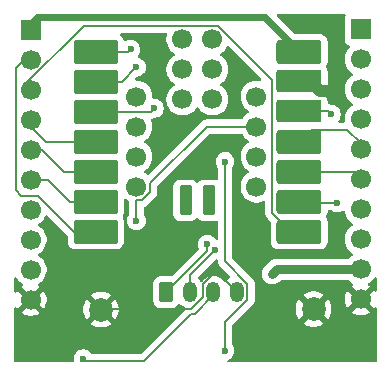
<source format=gbr>
%TF.GenerationSoftware,KiCad,Pcbnew,9.0.2*%
%TF.CreationDate,2025-06-04T21:23:03+09:00*%
%TF.ProjectId,rp2350-motor-board,72703233-3530-42d6-9d6f-746f722d626f,rev?*%
%TF.SameCoordinates,Original*%
%TF.FileFunction,Copper,L1,Top*%
%TF.FilePolarity,Positive*%
%FSLAX46Y46*%
G04 Gerber Fmt 4.6, Leading zero omitted, Abs format (unit mm)*
G04 Created by KiCad (PCBNEW 9.0.2) date 2025-06-04 21:23:03*
%MOMM*%
%LPD*%
G01*
G04 APERTURE LIST*
G04 Aperture macros list*
%AMRoundRect*
0 Rectangle with rounded corners*
0 $1 Rounding radius*
0 $2 $3 $4 $5 $6 $7 $8 $9 X,Y pos of 4 corners*
0 Add a 4 corners polygon primitive as box body*
4,1,4,$2,$3,$4,$5,$6,$7,$8,$9,$2,$3,0*
0 Add four circle primitives for the rounded corners*
1,1,$1+$1,$2,$3*
1,1,$1+$1,$4,$5*
1,1,$1+$1,$6,$7*
1,1,$1+$1,$8,$9*
0 Add four rect primitives between the rounded corners*
20,1,$1+$1,$2,$3,$4,$5,0*
20,1,$1+$1,$4,$5,$6,$7,0*
20,1,$1+$1,$6,$7,$8,$9,0*
20,1,$1+$1,$8,$9,$2,$3,0*%
G04 Aperture macros list end*
%TA.AperFunction,ComponentPad*%
%ADD10R,1.700000X1.700000*%
%TD*%
%TA.AperFunction,ComponentPad*%
%ADD11C,1.700000*%
%TD*%
%TA.AperFunction,ComponentPad*%
%ADD12RoundRect,0.250000X-0.350000X-0.625000X0.350000X-0.625000X0.350000X0.625000X-0.350000X0.625000X0*%
%TD*%
%TA.AperFunction,ComponentPad*%
%ADD13O,1.200000X1.750000*%
%TD*%
%TA.AperFunction,SMDPad,CuDef*%
%ADD14RoundRect,0.202000X1.685500X0.808000X-1.685500X0.808000X-1.685500X-0.808000X1.685500X-0.808000X0*%
%TD*%
%TA.AperFunction,SMDPad,CuDef*%
%ADD15RoundRect,0.200000X1.687500X0.800000X-1.687500X0.800000X-1.687500X-0.800000X1.687500X-0.800000X0*%
%TD*%
%TA.AperFunction,SMDPad,CuDef*%
%ADD16RoundRect,0.200000X-1.705000X-0.800000X1.705000X-0.800000X1.705000X0.800000X-1.705000X0.800000X0*%
%TD*%
%TA.AperFunction,SMDPad,CuDef*%
%ADD17RoundRect,0.194000X-1.711000X-0.776000X1.711000X-0.776000X1.711000X0.776000X-1.711000X0.776000X0*%
%TD*%
%TA.AperFunction,SMDPad,CuDef*%
%ADD18RoundRect,0.188000X-1.717000X-0.752000X1.717000X-0.752000X1.717000X0.752000X-1.717000X0.752000X0*%
%TD*%
%TA.AperFunction,SMDPad,CuDef*%
%ADD19C,1.700000*%
%TD*%
%TA.AperFunction,SMDPad,CuDef*%
%ADD20RoundRect,0.110000X-0.440000X1.140000X-0.440000X-1.140000X0.440000X-1.140000X0.440000X1.140000X0*%
%TD*%
%TA.AperFunction,ComponentPad*%
%ADD21C,2.000000*%
%TD*%
%TA.AperFunction,ViaPad*%
%ADD22C,0.600000*%
%TD*%
%TA.AperFunction,Conductor*%
%ADD23C,0.200000*%
%TD*%
%TA.AperFunction,Conductor*%
%ADD24C,1.000000*%
%TD*%
%TA.AperFunction,Conductor*%
%ADD25C,0.600000*%
%TD*%
%TA.AperFunction,Conductor*%
%ADD26C,0.800000*%
%TD*%
G04 APERTURE END LIST*
D10*
%TO.P,J2,1,Pin_1*%
%TO.N,/ADC0*%
X30480000Y28700000D03*
D11*
%TO.P,J2,2,Pin_2*%
%TO.N,/ADC1*%
X30480000Y26160000D03*
%TO.P,J2,3,Pin_3*%
%TO.N,/ADC2*%
X30480000Y23620000D03*
%TO.P,J2,4,Pin_4*%
%TO.N,/PHOTO*%
X30480000Y21080000D03*
%TO.P,J2,5,Pin_5*%
%TO.N,/MOTOR2_ENC_A*%
X30480000Y18540000D03*
%TO.P,J2,6,Pin_6*%
%TO.N,/MOTOR2_ENC_B*%
X30480000Y16000000D03*
%TO.P,J2,7,Pin_7*%
%TO.N,/MOTOR2_OUT1*%
X30480000Y13460000D03*
%TO.P,J2,8,Pin_8*%
%TO.N,/MOTOR2_OUT2*%
X30480000Y10920000D03*
%TO.P,J2,9,Pin_9*%
%TO.N,+BATT1*%
X30480000Y8380000D03*
%TO.P,J2,10,Pin_10*%
%TO.N,GND*%
X30480000Y5840000D03*
%TD*%
D12*
%TO.P,Grove1,1,Pin_1*%
%TO.N,/SCL0*%
X14000000Y6450000D03*
D13*
%TO.P,Grove1,2,Pin_2*%
%TO.N,/SDA0*%
X16000000Y6450000D03*
%TO.P,Grove1,3,Pin_3*%
%TO.N,VCC*%
X18000000Y6450000D03*
%TO.P,Grove1,4,Pin_4*%
%TO.N,GND*%
X20000000Y6450000D03*
%TD*%
D10*
%TO.P,J1,1,Pin_1*%
%TO.N,+5V*%
X2540000Y28660000D03*
D11*
%TO.P,J1,2,Pin_2*%
%TO.N,/PICO_TX*%
X2540000Y26120000D03*
%TO.P,J1,3,Pin_3*%
%TO.N,/PICO_RX*%
X2540000Y23580000D03*
%TO.P,J1,4,Pin_4*%
%TO.N,/SERVO_PWM*%
X2540000Y21040000D03*
%TO.P,J1,5,Pin_5*%
%TO.N,/MOTOR1_ENC_A*%
X2540000Y18500000D03*
%TO.P,J1,6,Pin_6*%
%TO.N,/MOTOR1_ENC_B*%
X2540000Y15960000D03*
%TO.P,J1,7,Pin_7*%
%TO.N,/MOTOR1_OUT1*%
X2540000Y13420000D03*
%TO.P,J1,8,Pin_8*%
%TO.N,/MOTOR1_OUT2*%
X2540000Y10880000D03*
%TO.P,J1,9,Pin_9*%
%TO.N,+BATT*%
X2540000Y8340000D03*
%TO.P,J1,10,Pin_10*%
%TO.N,GND*%
X2540000Y5800000D03*
%TD*%
D14*
%TO.P,U2,1,GPIO26/D0/ADC0*%
%TO.N,/ADC0*%
X8064006Y26800000D03*
D15*
%TO.P,U2,2,GPIO27/D1/ADC1*%
%TO.N,/ADC1*%
X8064006Y24270000D03*
%TO.P,U2,3,GPIO28/D2/ADC2*%
%TO.N,/ADC2*%
X8064006Y21730000D03*
%TO.P,U2,4,GPIO5/D3/SPI0_CS*%
%TO.N,/SERVO_PWM*%
X8064006Y19190000D03*
%TO.P,U2,5,GPIO6/D4/SDA1*%
%TO.N,/MOTOR1_ENC_A*%
X8064006Y16650000D03*
%TO.P,U2,6,GPIO7/D5/SCL1*%
%TO.N,/MOTOR1_ENC_B*%
X8064006Y14110000D03*
%TO.P,U2,7,GPIO0/D6/TXO*%
%TO.N,/PICO_TX*%
X8064006Y11570000D03*
D16*
%TO.P,U2,8,GPIO1/D7/RX0*%
%TO.N,/PICO_RX*%
X25271506Y11570000D03*
%TO.P,U2,9,GPIO2/D8/SPI0_SCK*%
%TO.N,/PHOTO*%
X25271506Y14110000D03*
%TO.P,U2,10,GPIO4/D9/SPI0_MISO*%
%TO.N,/MOTOR2_ENC_B*%
X25271506Y16650000D03*
%TO.P,U2,11,GPIO3/D10/SPI0_MOSI*%
%TO.N,/MOTOR2_ENC_A*%
X25271506Y19190000D03*
D17*
%TO.P,U2,12,3V3*%
%TO.N,VCC*%
X25271506Y21760000D03*
D18*
%TO.P,U2,13,GND*%
%TO.N,GND*%
X25271506Y24330000D03*
D16*
%TO.P,U2,14,5V*%
%TO.N,+5V*%
X25271506Y26810000D03*
D11*
%TO.P,U2,15,GPIO21/D11/RX1*%
%TO.N,/MOTOR2_IN2*%
X21660000Y23000000D03*
%TO.P,U2,16,GPIO20/D12/TX1*%
%TO.N,/MOTOR1_IN1*%
X21660000Y20460000D03*
%TO.P,U2,17,GPIO17/D13/SCL0*%
%TO.N,/SCL0*%
X21660000Y17920000D03*
%TO.P,U2,18,GPIO16/D14/SDA0*%
%TO.N,/SDA0*%
X21660000Y15380000D03*
%TO.P,U2,19,GPIO11/D15/SPI1_MOSI*%
%TO.N,/MOTOR1_IN2*%
X11500000Y15380000D03*
%TO.P,U2,20,GPIO12/D16/SPI1_MISO*%
%TO.N,/MOTOR2_IN1*%
X11500000Y17920000D03*
%TO.P,U2,21,GPIO10/D17/SPI1_SCK*%
%TO.N,unconnected-(U2-GPIO10{slash}D17{slash}SPI1_SCK-Pad21)*%
X11500000Y20460000D03*
%TO.P,U2,22,GPIO9/D18/SPI1_CS*%
%TO.N,unconnected-(U2-GPIO9{slash}D18{slash}SPI1_CS-Pad22)*%
X11500000Y23000000D03*
D19*
%TO.P,U2,23,SWDIO*%
%TO.N,unconnected-(U2-SWDIO-Pad23)*%
X15389006Y27840000D03*
%TO.P,U2,24,RST*%
%TO.N,unconnected-(U2-RST-Pad24)*%
X15389006Y25300000D03*
%TO.P,U2,25,BOOT*%
%TO.N,unconnected-(U2-BOOT-Pad25)*%
X15389006Y22760000D03*
%TO.P,U2,26,3V3_1*%
%TO.N,unconnected-(U2-3V3_1-Pad26)*%
X17929006Y22760000D03*
%TO.P,U2,27,GND_1*%
%TO.N,unconnected-(U2-GND_1-Pad27)*%
X17929006Y25300000D03*
%TO.P,U2,28,SWDCLK*%
%TO.N,unconnected-(U2-SWDCLK-Pad28)*%
X17929006Y27840000D03*
D20*
%TO.P,U2,29,BAT*%
%TO.N,unconnected-(U2-BAT-Pad29)*%
X15659006Y14215189D03*
%TO.P,U2,30,GND_2*%
%TO.N,unconnected-(U2-GND_2-Pad30)*%
X17659006Y14215189D03*
%TD*%
D21*
%TO.P,U1,9,GND__1*%
%TO.N,GND*%
X26500000Y5000000D03*
%TD*%
%TO.P,U3,9,GND__1*%
%TO.N,GND*%
X8500000Y4970000D03*
%TD*%
D22*
%TO.N,GND*%
X16000000Y16500000D03*
X29000000Y22500000D03*
X17000000Y16500000D03*
X21000000Y11500000D03*
X3500000Y2000000D03*
X28000000Y12500000D03*
X14500000Y19000000D03*
X13500000Y19000000D03*
X21000000Y12500000D03*
X29000000Y25000000D03*
X3500000Y1000000D03*
X1500000Y2000000D03*
X16000000Y17500000D03*
X15500000Y11500000D03*
X14500000Y11500000D03*
X2500000Y2000000D03*
X2500000Y1000000D03*
X22000000Y12500000D03*
X15500000Y10500000D03*
X14500000Y10500000D03*
X14500000Y20000000D03*
X17000000Y17500000D03*
X13500000Y20000000D03*
X1500000Y1000000D03*
X27940000Y23500001D03*
X22000000Y11500000D03*
%TO.N,/ADC0*%
X11000000Y27000000D03*
%TO.N,/ADC2*%
X13000000Y22000000D03*
%TO.N,/ADC1*%
X11500000Y25500000D03*
%TO.N,/PHOTO*%
X28500000Y14000000D03*
%TO.N,/MOTOR2_IN2*%
X19000000Y17500000D03*
X19000000Y1500000D03*
%TO.N,/MOTOR1_IN1*%
X11500000Y12500000D03*
%TO.N,VCC*%
X28000000Y21500000D03*
X7000000Y800000D03*
%TO.N,/SCL0*%
X17500000Y10500000D03*
%TO.N,/SDA0*%
X18150000Y10014677D03*
%TO.N,+BATT1*%
X23000000Y8000000D03*
%TD*%
D23*
%TO.N,GND*%
X18000794Y8000000D02*
X18450000Y8000000D01*
X17099000Y5999794D02*
X17099000Y7098206D01*
X25271506Y24330000D02*
X26170000Y24330000D01*
X8527000Y4997000D02*
X16096206Y4997000D01*
X16096206Y4997000D02*
X17099000Y5999794D01*
X8500000Y4970000D02*
X8527000Y4997000D01*
X18450000Y8000000D02*
X20000000Y6450000D01*
D24*
X26170000Y24330000D02*
X26999999Y23500001D01*
X26999999Y23500001D02*
X27940000Y23500001D01*
D23*
X17099000Y7098206D02*
X18000794Y8000000D01*
%TO.N,/PICO_TX*%
X3175506Y14571000D02*
X6176506Y11570000D01*
X6176506Y11570000D02*
X8064006Y11570000D01*
X2000000Y26120000D02*
X1270000Y25390000D01*
X1761240Y14571000D02*
X3175506Y14571000D01*
X1270000Y15062240D02*
X1761240Y14571000D01*
X1270000Y25390000D02*
X1270000Y15062240D01*
%TO.N,/PICO_RX*%
X24592442Y11570000D02*
X25271506Y11570000D01*
X2000000Y23946442D02*
X7044558Y28991000D01*
X7044558Y28991000D02*
X18405766Y28991000D01*
X23000000Y13162442D02*
X24592442Y11570000D01*
X2000000Y23580000D02*
X2000000Y23946442D01*
X23000000Y24396766D02*
X23000000Y13162442D01*
X18405766Y28991000D02*
X23000000Y24396766D01*
%TO.N,/MOTOR1_ENC_A*%
X2000000Y18500000D02*
X3500000Y18500000D01*
X5350000Y16650000D02*
X8064006Y16650000D01*
X3500000Y18500000D02*
X5350000Y16650000D01*
%TO.N,/MOTOR1_ENC_B*%
X4040000Y15960000D02*
X5890000Y14110000D01*
X2000000Y15960000D02*
X4040000Y15960000D01*
X5890000Y14110000D02*
X8064006Y14110000D01*
%TO.N,/SERVO_PWM*%
X8064006Y19190000D02*
X3850000Y19190000D01*
X3850000Y19190000D02*
X2000000Y21040000D01*
D25*
%TO.N,+5V*%
X3039000Y29699000D02*
X22382506Y29699000D01*
X2000000Y28660000D02*
X3039000Y29699000D01*
X22382506Y29699000D02*
X25271506Y26810000D01*
D23*
%TO.N,/ADC0*%
X10800000Y26800000D02*
X8064006Y26800000D01*
X11000000Y27000000D02*
X10800000Y26800000D01*
%TO.N,/ADC2*%
X13000000Y22000000D02*
X12730000Y21730000D01*
X12730000Y21730000D02*
X8064006Y21730000D01*
%TO.N,/MOTOR2_ENC_B*%
X25271506Y16650000D02*
X30350000Y16650000D01*
X30480000Y16520000D02*
X30480000Y16000000D01*
X30350000Y16650000D02*
X30480000Y16520000D01*
%TO.N,/ADC1*%
X11500000Y25500000D02*
X10270000Y24270000D01*
X10270000Y24270000D02*
X8064006Y24270000D01*
%TO.N,/PHOTO*%
X28500000Y14000000D02*
X25381506Y14000000D01*
X25381506Y14000000D02*
X25271506Y14110000D01*
%TO.N,/MOTOR2_ENC_A*%
X25271506Y19190000D02*
X26271506Y20190000D01*
X26271506Y20190000D02*
X29350000Y20190000D01*
X29350000Y20190000D02*
X30480000Y19060000D01*
X30480000Y19060000D02*
X30480000Y18540000D01*
%TO.N,/MOTOR2_IN2*%
X19000000Y1500000D02*
X19000000Y3900794D01*
X19000000Y9065685D02*
X19000000Y17500000D01*
X19000000Y3900794D02*
X20901000Y5801794D01*
X20901000Y5801794D02*
X20901000Y7164685D01*
X20901000Y7164685D02*
X19000000Y9065685D01*
%TO.N,/MOTOR1_IN1*%
X21660000Y20460000D02*
X17460000Y20460000D01*
X12651000Y14903240D02*
X11976760Y14229000D01*
X12651000Y15651000D02*
X12651000Y14903240D01*
X11500000Y14229000D02*
X11500000Y12500000D01*
X17460000Y20460000D02*
X12651000Y15651000D01*
X11976760Y14229000D02*
X11500000Y14229000D01*
%TO.N,VCC*%
X16422000Y4597000D02*
X16147000Y4597000D01*
X7199000Y601000D02*
X7000000Y800000D01*
X16147000Y4597000D02*
X12151000Y601000D01*
X18000000Y6450000D02*
X18000000Y6175000D01*
X18000000Y6175000D02*
X16422000Y4597000D01*
X12151000Y601000D02*
X7199000Y601000D01*
X27740000Y21760000D02*
X28000000Y21500000D01*
X25271506Y21760000D02*
X27740000Y21760000D01*
%TO.N,/SCL0*%
X17500000Y9950000D02*
X17500000Y10500000D01*
X14000000Y6450000D02*
X17500000Y9950000D01*
%TO.N,/SDA0*%
X16000000Y7864677D02*
X18150000Y10014677D01*
X16000000Y6450000D02*
X16000000Y7864677D01*
D26*
%TO.N,+BATT1*%
X23380000Y8380000D02*
X23000000Y8000000D01*
X30480000Y8380000D02*
X23380000Y8380000D01*
%TD*%
%TA.AperFunction,Conductor*%
%TO.N,GND*%
G36*
X20441320Y19839815D02*
G01*
X20484765Y19791795D01*
X20504947Y19752186D01*
X20504948Y19752185D01*
X20629890Y19580214D01*
X20780213Y19429891D01*
X20952182Y19304950D01*
X20960946Y19300484D01*
X21011742Y19252509D01*
X21028536Y19184688D01*
X21005998Y19118553D01*
X20960946Y19079516D01*
X20952182Y19075051D01*
X20780213Y18950110D01*
X20629890Y18799787D01*
X20504951Y18627821D01*
X20408444Y18438415D01*
X20342753Y18236240D01*
X20338501Y18209391D01*
X20309500Y18026287D01*
X20309500Y17813713D01*
X20342754Y17603757D01*
X20402084Y17421158D01*
X20408444Y17401586D01*
X20504951Y17212180D01*
X20629890Y17040214D01*
X20780213Y16889891D01*
X20952182Y16764950D01*
X20960946Y16760484D01*
X21011742Y16712509D01*
X21028536Y16644688D01*
X21005998Y16578553D01*
X20960946Y16539516D01*
X20952182Y16535051D01*
X20780213Y16410110D01*
X20629890Y16259787D01*
X20504951Y16087821D01*
X20408444Y15898415D01*
X20408443Y15898413D01*
X20408443Y15898412D01*
X20389921Y15841408D01*
X20342753Y15696240D01*
X20321237Y15560394D01*
X20309500Y15486287D01*
X20309500Y15273713D01*
X20312910Y15252184D01*
X20336263Y15104736D01*
X20342754Y15063757D01*
X20385354Y14932647D01*
X20408444Y14861586D01*
X20504951Y14672180D01*
X20629890Y14500214D01*
X20780213Y14349891D01*
X20952179Y14224952D01*
X20952181Y14224951D01*
X20952184Y14224949D01*
X21141588Y14128443D01*
X21343757Y14062754D01*
X21553713Y14029500D01*
X21553714Y14029500D01*
X21766286Y14029500D01*
X21766287Y14029500D01*
X21976243Y14062754D01*
X22178412Y14128443D01*
X22219205Y14149228D01*
X22287874Y14162124D01*
X22352615Y14135848D01*
X22392872Y14078741D01*
X22399500Y14038743D01*
X22399500Y13249112D01*
X22399499Y13249094D01*
X22399499Y13083388D01*
X22399498Y13083388D01*
X22437494Y12941586D01*
X22440423Y12930657D01*
X22440918Y12929799D01*
X22443418Y12925471D01*
X22443421Y12925464D01*
X22519475Y12793733D01*
X22519481Y12793725D01*
X22638349Y12674857D01*
X22638355Y12674852D01*
X22829687Y12483520D01*
X22863172Y12422197D01*
X22866006Y12395839D01*
X22866006Y10713387D01*
X22872419Y10642808D01*
X22872419Y10642806D01*
X22872420Y10642804D01*
X22892351Y10578842D01*
X22923028Y10480394D01*
X23011036Y10334812D01*
X23131317Y10214531D01*
X23131319Y10214530D01*
X23131321Y10214528D01*
X23276900Y10126522D01*
X23439310Y10075914D01*
X23509890Y10069500D01*
X23509893Y10069500D01*
X27033119Y10069500D01*
X27033122Y10069500D01*
X27103702Y10075914D01*
X27266112Y10126522D01*
X27411691Y10214528D01*
X27531978Y10334815D01*
X27619984Y10480394D01*
X27670592Y10642804D01*
X27677006Y10713384D01*
X27677006Y12426616D01*
X27670592Y12497196D01*
X27619984Y12659606D01*
X27549710Y12775853D01*
X27531875Y12843404D01*
X27549710Y12904148D01*
X27619984Y13020394D01*
X27670592Y13182804D01*
X27677006Y13253384D01*
X27677006Y13275500D01*
X27679556Y13284186D01*
X27678268Y13293147D01*
X27689246Y13317188D01*
X27696691Y13342539D01*
X27703531Y13348467D01*
X27707293Y13356703D01*
X27729527Y13370993D01*
X27749495Y13388294D01*
X27760009Y13390582D01*
X27766071Y13394477D01*
X27801006Y13399500D01*
X27920234Y13399500D01*
X27987273Y13379815D01*
X27989125Y13378602D01*
X28120814Y13290610D01*
X28120827Y13290603D01*
X28266498Y13230265D01*
X28266503Y13230263D01*
X28421153Y13199501D01*
X28421156Y13199500D01*
X28421158Y13199500D01*
X28578844Y13199500D01*
X28578845Y13199501D01*
X28733497Y13230263D01*
X28879179Y13290606D01*
X28953522Y13340281D01*
X29020198Y13361158D01*
X29087578Y13342674D01*
X29134269Y13290695D01*
X29144885Y13256576D01*
X29160354Y13158906D01*
X29162754Y13143757D01*
X29205930Y13010875D01*
X29228444Y12941586D01*
X29324951Y12752180D01*
X29449890Y12580214D01*
X29600213Y12429891D01*
X29772182Y12304950D01*
X29780946Y12300484D01*
X29831742Y12252509D01*
X29848536Y12184688D01*
X29825998Y12118553D01*
X29780946Y12079516D01*
X29772182Y12075051D01*
X29600213Y11950110D01*
X29449890Y11799787D01*
X29324951Y11627821D01*
X29228444Y11438415D01*
X29162753Y11236240D01*
X29144626Y11121790D01*
X29129500Y11026287D01*
X29129500Y10813713D01*
X29134141Y10784414D01*
X29156569Y10642804D01*
X29162754Y10603757D01*
X29222084Y10421158D01*
X29228444Y10401586D01*
X29324951Y10212180D01*
X29449890Y10040214D01*
X29600213Y9889891D01*
X29772182Y9764950D01*
X29780946Y9760484D01*
X29831742Y9712509D01*
X29848536Y9644688D01*
X29825998Y9578553D01*
X29780946Y9539516D01*
X29772182Y9535051D01*
X29600213Y9410110D01*
X29600209Y9410106D01*
X29506923Y9316819D01*
X29445600Y9283334D01*
X29419242Y9280500D01*
X23291303Y9280500D01*
X23117341Y9245897D01*
X23117329Y9245894D01*
X23035392Y9211955D01*
X23035393Y9211954D01*
X22953455Y9178015D01*
X22903660Y9144742D01*
X22903659Y9144741D01*
X22805961Y9079463D01*
X22300540Y8574042D01*
X22300534Y8574035D01*
X22201988Y8426549D01*
X22134105Y8262667D01*
X22134103Y8262659D01*
X22099500Y8088697D01*
X22099500Y7911304D01*
X22134103Y7737342D01*
X22134105Y7737334D01*
X22201988Y7573452D01*
X22300534Y7425966D01*
X22300540Y7425959D01*
X22425958Y7300541D01*
X22425965Y7300535D01*
X22573451Y7201989D01*
X22573452Y7201989D01*
X22573453Y7201988D01*
X22737334Y7134105D01*
X22911303Y7099501D01*
X22911307Y7099500D01*
X22911308Y7099500D01*
X23088693Y7099500D01*
X23088694Y7099501D01*
X23262666Y7134105D01*
X23426547Y7201988D01*
X23574036Y7300536D01*
X23716682Y7443183D01*
X23778003Y7476666D01*
X23804362Y7479500D01*
X29419242Y7479500D01*
X29486281Y7459815D01*
X29506923Y7443181D01*
X29600213Y7349891D01*
X29772179Y7224952D01*
X29772181Y7224951D01*
X29772184Y7224949D01*
X29781493Y7220206D01*
X29832290Y7172234D01*
X29849087Y7104413D01*
X29826552Y7038278D01*
X29781505Y6999240D01*
X29772446Y6994624D01*
X29772440Y6994620D01*
X29718282Y6955273D01*
X29718282Y6955272D01*
X30350591Y6322963D01*
X30287007Y6305925D01*
X30172993Y6240099D01*
X30079901Y6147007D01*
X30014075Y6032993D01*
X29997037Y5969409D01*
X29364728Y6601718D01*
X29364727Y6601718D01*
X29325380Y6547561D01*
X29228904Y6358218D01*
X29163242Y6156131D01*
X29163242Y6156128D01*
X29130000Y5946247D01*
X29130000Y5733754D01*
X29163242Y5523873D01*
X29163242Y5523870D01*
X29228904Y5321783D01*
X29325375Y5132450D01*
X29364728Y5078284D01*
X29997037Y5710592D01*
X30014075Y5647007D01*
X30079901Y5532993D01*
X30172993Y5439901D01*
X30287007Y5374075D01*
X30350590Y5357038D01*
X29718282Y4724731D01*
X29718282Y4724730D01*
X29772449Y4685376D01*
X29961782Y4588905D01*
X30163870Y4523243D01*
X30373754Y4490000D01*
X30586246Y4490000D01*
X30796127Y4523243D01*
X30796130Y4523243D01*
X30998217Y4588905D01*
X31187554Y4685378D01*
X31241716Y4724730D01*
X31241717Y4724730D01*
X30609408Y5357038D01*
X30672993Y5374075D01*
X30787007Y5439901D01*
X30880099Y5532993D01*
X30945925Y5647007D01*
X30962962Y5710592D01*
X31595270Y5078283D01*
X31595270Y5078284D01*
X31634627Y5132453D01*
X31634772Y5132688D01*
X31634850Y5132759D01*
X31637487Y5136388D01*
X31638249Y5135835D01*
X31686583Y5179564D01*
X31755512Y5190988D01*
X31819675Y5163332D01*
X31858701Y5105377D01*
X31864500Y5067900D01*
X31864500Y624500D01*
X31844815Y557461D01*
X31792011Y511706D01*
X31740500Y500500D01*
X19302190Y500500D01*
X19235151Y520185D01*
X19189396Y572989D01*
X19179452Y642147D01*
X19208477Y705703D01*
X19254738Y739061D01*
X19379172Y790603D01*
X19379172Y790604D01*
X19379179Y790606D01*
X19510289Y878211D01*
X19621789Y989711D01*
X19709394Y1120821D01*
X19769737Y1266503D01*
X19800500Y1421158D01*
X19800500Y1578842D01*
X19800500Y1578845D01*
X19800499Y1578847D01*
X19769738Y1733490D01*
X19769737Y1733497D01*
X19769735Y1733502D01*
X19709397Y1879173D01*
X19709390Y1879186D01*
X19621398Y2010875D01*
X19600520Y2077553D01*
X19600500Y2079766D01*
X19600500Y3600698D01*
X19620185Y3667737D01*
X19636814Y3688374D01*
X21066493Y5118053D01*
X25000000Y5118053D01*
X25000000Y4881948D01*
X25036934Y4648753D01*
X25109897Y4424198D01*
X25217087Y4213826D01*
X25277338Y4130896D01*
X25277340Y4130895D01*
X26017037Y4870592D01*
X26034075Y4807007D01*
X26099901Y4692993D01*
X26192993Y4599901D01*
X26307007Y4534075D01*
X26370590Y4517038D01*
X25630893Y3777342D01*
X25713828Y3717086D01*
X25924197Y3609898D01*
X26148752Y3536935D01*
X26148751Y3536935D01*
X26381948Y3500000D01*
X26618052Y3500000D01*
X26851247Y3536935D01*
X27075802Y3609898D01*
X27286163Y3717082D01*
X27286169Y3717086D01*
X27369104Y3777342D01*
X27369105Y3777342D01*
X26629408Y4517038D01*
X26692993Y4534075D01*
X26807007Y4599901D01*
X26900099Y4692993D01*
X26965925Y4807007D01*
X26982962Y4870591D01*
X27722658Y4130895D01*
X27722658Y4130896D01*
X27782914Y4213831D01*
X27782918Y4213837D01*
X27890102Y4424198D01*
X27963065Y4648753D01*
X27985657Y4791387D01*
X27985657Y4791388D01*
X28000000Y4881947D01*
X28000000Y5118053D01*
X27963065Y5351248D01*
X27890102Y5575803D01*
X27782914Y5786172D01*
X27722658Y5869107D01*
X26982962Y5129410D01*
X26965925Y5192993D01*
X26900099Y5307007D01*
X26807007Y5400099D01*
X26692993Y5465925D01*
X26629409Y5482963D01*
X27369105Y6222660D01*
X27369104Y6222662D01*
X27286174Y6282913D01*
X27075802Y6390103D01*
X26851247Y6463066D01*
X26851248Y6463066D01*
X26618052Y6500000D01*
X26381948Y6500000D01*
X26148752Y6463066D01*
X25924197Y6390103D01*
X25713830Y6282916D01*
X25630894Y6222660D01*
X26370591Y5482963D01*
X26307007Y5465925D01*
X26192993Y5400099D01*
X26099901Y5307007D01*
X26034075Y5192993D01*
X26017037Y5129409D01*
X25277340Y5869106D01*
X25217084Y5786170D01*
X25109897Y5575803D01*
X25036934Y5351248D01*
X25000000Y5118053D01*
X21066493Y5118053D01*
X21269713Y5321273D01*
X21269716Y5321274D01*
X21381520Y5433078D01*
X21431639Y5519890D01*
X21460577Y5570009D01*
X21501501Y5722737D01*
X21501501Y5880851D01*
X21501501Y5888446D01*
X21501500Y5888464D01*
X21501500Y7075626D01*
X21501501Y7075639D01*
X21501501Y7243740D01*
X21501501Y7243742D01*
X21460577Y7396470D01*
X21427727Y7453368D01*
X21381520Y7533401D01*
X21269716Y7645205D01*
X21269715Y7645206D01*
X21265385Y7649536D01*
X21265374Y7649546D01*
X19636819Y9278101D01*
X19603334Y9339424D01*
X19600500Y9365782D01*
X19600500Y16920235D01*
X19620185Y16987274D01*
X19621398Y16989126D01*
X19622052Y16990104D01*
X19709394Y17120821D01*
X19769737Y17266503D01*
X19800500Y17421158D01*
X19800500Y17578842D01*
X19800500Y17578845D01*
X19800499Y17578847D01*
X19769738Y17733490D01*
X19769737Y17733497D01*
X19755885Y17766940D01*
X19709397Y17879173D01*
X19709390Y17879186D01*
X19621789Y18010289D01*
X19621786Y18010293D01*
X19510292Y18121787D01*
X19510288Y18121790D01*
X19379185Y18209391D01*
X19379172Y18209398D01*
X19233501Y18269736D01*
X19233489Y18269739D01*
X19078845Y18300500D01*
X19078842Y18300500D01*
X18921158Y18300500D01*
X18921155Y18300500D01*
X18766510Y18269739D01*
X18766498Y18269736D01*
X18620827Y18209398D01*
X18620814Y18209391D01*
X18489711Y18121790D01*
X18489707Y18121787D01*
X18378213Y18010293D01*
X18378210Y18010289D01*
X18290609Y17879186D01*
X18290602Y17879173D01*
X18230264Y17733502D01*
X18230261Y17733490D01*
X18199500Y17578847D01*
X18199500Y17421154D01*
X18230261Y17266511D01*
X18230264Y17266499D01*
X18290602Y17120828D01*
X18290609Y17120815D01*
X18344466Y17040214D01*
X18377948Y16990104D01*
X18378602Y16989126D01*
X18399480Y16922449D01*
X18399500Y16920235D01*
X18399500Y16068783D01*
X18379815Y16001744D01*
X18327011Y15955989D01*
X18257853Y15946045D01*
X18240906Y15949706D01*
X18195266Y15962966D01*
X18160663Y15965689D01*
X18160656Y15965689D01*
X17157356Y15965689D01*
X17157348Y15965689D01*
X17122745Y15962966D01*
X17122739Y15962965D01*
X16974624Y15919933D01*
X16974621Y15919932D01*
X16841855Y15841415D01*
X16841846Y15841408D01*
X16746687Y15746248D01*
X16685364Y15712763D01*
X16615672Y15717747D01*
X16571325Y15746248D01*
X16476165Y15841408D01*
X16476156Y15841415D01*
X16343390Y15919932D01*
X16343387Y15919933D01*
X16195272Y15962965D01*
X16195266Y15962966D01*
X16160663Y15965689D01*
X16160656Y15965689D01*
X15157356Y15965689D01*
X15157348Y15965689D01*
X15122745Y15962966D01*
X15122739Y15962965D01*
X14974624Y15919933D01*
X14974621Y15919932D01*
X14841855Y15841415D01*
X14841846Y15841408D01*
X14732787Y15732349D01*
X14732780Y15732340D01*
X14654263Y15599574D01*
X14654262Y15599571D01*
X14611230Y15451456D01*
X14611229Y15451450D01*
X14608506Y15416847D01*
X14608506Y13013532D01*
X14611229Y12978929D01*
X14611230Y12978923D01*
X14654262Y12830808D01*
X14654263Y12830805D01*
X14654264Y12830803D01*
X14671826Y12801107D01*
X14732780Y12698039D01*
X14732787Y12698030D01*
X14841846Y12588971D01*
X14841855Y12588964D01*
X14878539Y12567270D01*
X14974620Y12510447D01*
X15013681Y12499099D01*
X15122739Y12467414D01*
X15122742Y12467414D01*
X15122744Y12467413D01*
X15157356Y12464689D01*
X15157364Y12464689D01*
X16160648Y12464689D01*
X16160656Y12464689D01*
X16195268Y12467413D01*
X16195270Y12467414D01*
X16195272Y12467414D01*
X16240906Y12480672D01*
X16343392Y12510447D01*
X16476160Y12588966D01*
X16476165Y12588971D01*
X16571325Y12684130D01*
X16632648Y12717615D01*
X16702340Y12712631D01*
X16746687Y12684130D01*
X16841846Y12588971D01*
X16841855Y12588964D01*
X16878539Y12567270D01*
X16974620Y12510447D01*
X17013681Y12499099D01*
X17122739Y12467414D01*
X17122742Y12467414D01*
X17122744Y12467413D01*
X17157356Y12464689D01*
X17157364Y12464689D01*
X18160648Y12464689D01*
X18160656Y12464689D01*
X18195268Y12467413D01*
X18240905Y12480672D01*
X18310773Y12480473D01*
X18369444Y12442532D01*
X18398288Y12378894D01*
X18399500Y12361596D01*
X18399500Y11003440D01*
X18379815Y10936401D01*
X18327011Y10890646D01*
X18257853Y10880702D01*
X18194297Y10909727D01*
X18172398Y10934549D01*
X18121789Y11010289D01*
X18121786Y11010293D01*
X18010292Y11121787D01*
X18010288Y11121790D01*
X17879185Y11209391D01*
X17879172Y11209398D01*
X17733501Y11269736D01*
X17733489Y11269739D01*
X17578845Y11300500D01*
X17578842Y11300500D01*
X17421158Y11300500D01*
X17421155Y11300500D01*
X17266510Y11269739D01*
X17266498Y11269736D01*
X17120827Y11209398D01*
X17120814Y11209391D01*
X16989711Y11121790D01*
X16989707Y11121787D01*
X16878213Y11010293D01*
X16878210Y11010289D01*
X16790609Y10879186D01*
X16790602Y10879173D01*
X16730264Y10733502D01*
X16730261Y10733490D01*
X16699500Y10578847D01*
X16699500Y10421154D01*
X16729966Y10267996D01*
X16730263Y10266503D01*
X16757166Y10201553D01*
X16767973Y10175462D01*
X16775441Y10105992D01*
X16744165Y10043513D01*
X16741092Y10040329D01*
X14556226Y7855463D01*
X14494903Y7821978D01*
X14455943Y7819786D01*
X14400011Y7825500D01*
X13599998Y7825500D01*
X13599980Y7825499D01*
X13497203Y7815000D01*
X13497200Y7814999D01*
X13330668Y7759815D01*
X13330663Y7759813D01*
X13181342Y7667711D01*
X13057289Y7543658D01*
X12965187Y7394337D01*
X12965185Y7394332D01*
X12950461Y7349896D01*
X12910001Y7227797D01*
X12910001Y7227796D01*
X12910000Y7227796D01*
X12899500Y7125017D01*
X12899500Y5774999D01*
X12899501Y5774982D01*
X12910000Y5672204D01*
X12910001Y5672201D01*
X12965185Y5505669D01*
X12965187Y5505664D01*
X12987185Y5470000D01*
X13057288Y5356344D01*
X13181344Y5232288D01*
X13330666Y5140186D01*
X13497203Y5085001D01*
X13599991Y5074500D01*
X14400008Y5074501D01*
X14400016Y5074502D01*
X14400019Y5074502D01*
X14456302Y5080252D01*
X14502797Y5085001D01*
X14669334Y5140186D01*
X14818656Y5232288D01*
X14942712Y5356344D01*
X14982310Y5420544D01*
X15034258Y5467268D01*
X15103220Y5478491D01*
X15167303Y5450648D01*
X15175530Y5443128D01*
X15283072Y5335586D01*
X15423212Y5233768D01*
X15577555Y5155127D01*
X15595186Y5149398D01*
X15652860Y5109964D01*
X15680060Y5045606D01*
X15668148Y4976760D01*
X15644550Y4943787D01*
X11938584Y1237819D01*
X11877261Y1204334D01*
X11850903Y1201500D01*
X7760759Y1201500D01*
X7693720Y1221185D01*
X7657657Y1256609D01*
X7621789Y1310290D01*
X7510292Y1421787D01*
X7510288Y1421790D01*
X7379185Y1509391D01*
X7379172Y1509398D01*
X7233501Y1569736D01*
X7233489Y1569739D01*
X7078845Y1600500D01*
X7078842Y1600500D01*
X6921158Y1600500D01*
X6921155Y1600500D01*
X6766510Y1569739D01*
X6766498Y1569736D01*
X6620827Y1509398D01*
X6620814Y1509391D01*
X6489711Y1421790D01*
X6489707Y1421787D01*
X6378213Y1310293D01*
X6378210Y1310289D01*
X6290609Y1179186D01*
X6290602Y1179173D01*
X6230264Y1033502D01*
X6230261Y1033490D01*
X6199500Y878847D01*
X6199500Y721154D01*
X6213914Y648691D01*
X6207687Y579100D01*
X6164824Y523922D01*
X6098934Y500678D01*
X6092297Y500500D01*
X1259500Y500500D01*
X1192461Y520185D01*
X1146706Y572989D01*
X1135500Y624500D01*
X1135500Y5066360D01*
X1155185Y5133399D01*
X1207989Y5179154D01*
X1277147Y5189098D01*
X1340703Y5160073D01*
X1369985Y5122655D01*
X1385375Y5092450D01*
X1424728Y5038284D01*
X2057037Y5670592D01*
X2074075Y5607007D01*
X2139901Y5492993D01*
X2232993Y5399901D01*
X2347007Y5334075D01*
X2410590Y5317038D01*
X1778282Y4684731D01*
X1778282Y4684730D01*
X1832449Y4645376D01*
X2021782Y4548905D01*
X2223870Y4483243D01*
X2433754Y4450000D01*
X2646246Y4450000D01*
X2856127Y4483243D01*
X2856130Y4483243D01*
X3058217Y4548905D01*
X3247554Y4645378D01*
X3301716Y4684730D01*
X3301717Y4684730D01*
X2669408Y5317038D01*
X2732993Y5334075D01*
X2847007Y5399901D01*
X2940099Y5492993D01*
X3005925Y5607007D01*
X3022962Y5670591D01*
X3655270Y5038283D01*
X3655270Y5038284D01*
X3691430Y5088053D01*
X7000000Y5088053D01*
X7000000Y4851948D01*
X7036934Y4618753D01*
X7109897Y4394198D01*
X7217087Y4183826D01*
X7277338Y4100896D01*
X7277340Y4100895D01*
X8017037Y4840592D01*
X8034075Y4777007D01*
X8099901Y4662993D01*
X8192993Y4569901D01*
X8307007Y4504075D01*
X8370590Y4487038D01*
X7630893Y3747342D01*
X7713828Y3687086D01*
X7924197Y3579898D01*
X8148752Y3506935D01*
X8148751Y3506935D01*
X8381948Y3470000D01*
X8618052Y3470000D01*
X8851247Y3506935D01*
X9075802Y3579898D01*
X9286163Y3687082D01*
X9286169Y3687086D01*
X9369104Y3747342D01*
X9369105Y3747342D01*
X8629408Y4487038D01*
X8692993Y4504075D01*
X8807007Y4569901D01*
X8900099Y4662993D01*
X8965925Y4777007D01*
X8982962Y4840591D01*
X9722658Y4100895D01*
X9722658Y4100896D01*
X9782914Y4183831D01*
X9782918Y4183837D01*
X9890102Y4394198D01*
X9963065Y4618753D01*
X10000000Y4851948D01*
X10000000Y5088053D01*
X9963065Y5321248D01*
X9890102Y5545803D01*
X9782914Y5756172D01*
X9722658Y5839106D01*
X9722658Y5839107D01*
X8982962Y5099410D01*
X8965925Y5162993D01*
X8900099Y5277007D01*
X8807007Y5370099D01*
X8692993Y5435925D01*
X8629409Y5452963D01*
X9369105Y6192660D01*
X9369104Y6192662D01*
X9286174Y6252913D01*
X9075802Y6360103D01*
X8851247Y6433066D01*
X8851248Y6433066D01*
X8618052Y6470000D01*
X8381948Y6470000D01*
X8148752Y6433066D01*
X7924197Y6360103D01*
X7713830Y6252916D01*
X7630894Y6192660D01*
X8370591Y5452963D01*
X8307007Y5435925D01*
X8192993Y5370099D01*
X8099901Y5277007D01*
X8034075Y5162993D01*
X8017037Y5099409D01*
X7277340Y5839106D01*
X7217084Y5756170D01*
X7109897Y5545803D01*
X7036934Y5321248D01*
X7000000Y5088053D01*
X3691430Y5088053D01*
X3694622Y5092446D01*
X3723551Y5149220D01*
X3791095Y5281783D01*
X3856757Y5483870D01*
X3856757Y5483873D01*
X3890000Y5693754D01*
X3890000Y5906247D01*
X3856758Y6116122D01*
X3856755Y6116137D01*
X3791095Y6318218D01*
X3694624Y6507551D01*
X3655270Y6561718D01*
X3655269Y6561718D01*
X3022962Y5929410D01*
X3005925Y5992993D01*
X2940099Y6107007D01*
X2847007Y6200099D01*
X2732993Y6265925D01*
X2669409Y6282963D01*
X3301716Y6915272D01*
X3247547Y6954627D01*
X3247547Y6954628D01*
X3238500Y6959237D01*
X3187706Y7007212D01*
X3170912Y7075034D01*
X3193451Y7141168D01*
X3238508Y7180207D01*
X3247816Y7184949D01*
X3406908Y7300535D01*
X3419786Y7309891D01*
X3419788Y7309894D01*
X3419792Y7309896D01*
X3570104Y7460208D01*
X3570106Y7460212D01*
X3570109Y7460214D01*
X3695048Y7632180D01*
X3695047Y7632180D01*
X3695051Y7632184D01*
X3791557Y7821588D01*
X3857246Y8023757D01*
X3890500Y8233713D01*
X3890500Y8446287D01*
X3857246Y8656243D01*
X3791557Y8858412D01*
X3695051Y9047816D01*
X3695049Y9047819D01*
X3695048Y9047821D01*
X3570109Y9219787D01*
X3419786Y9370110D01*
X3247820Y9495049D01*
X3247115Y9495409D01*
X3239054Y9499515D01*
X3188259Y9547488D01*
X3171463Y9615308D01*
X3193999Y9681444D01*
X3239054Y9720485D01*
X3247816Y9724949D01*
X3302876Y9764952D01*
X3419786Y9849891D01*
X3419788Y9849894D01*
X3419792Y9849896D01*
X3570104Y10000208D01*
X3570106Y10000212D01*
X3570109Y10000214D01*
X3695048Y10172180D01*
X3695047Y10172180D01*
X3695051Y10172184D01*
X3791557Y10361588D01*
X3857246Y10563757D01*
X3890500Y10773713D01*
X3890500Y10986287D01*
X3857246Y11196243D01*
X3791557Y11398412D01*
X3695051Y11587816D01*
X3695049Y11587819D01*
X3695048Y11587821D01*
X3570109Y11759787D01*
X3419786Y11910110D01*
X3247820Y12035049D01*
X3247115Y12035409D01*
X3239054Y12039515D01*
X3188259Y12087488D01*
X3171463Y12155308D01*
X3193999Y12221444D01*
X3239054Y12260485D01*
X3247816Y12264949D01*
X3302876Y12304952D01*
X3419786Y12389891D01*
X3419788Y12389894D01*
X3419792Y12389896D01*
X3570104Y12540208D01*
X3570106Y12540212D01*
X3570109Y12540214D01*
X3667928Y12674852D01*
X3695051Y12712184D01*
X3782975Y12884746D01*
X3830948Y12935541D01*
X3898769Y12952336D01*
X3964904Y12929799D01*
X3981140Y12916131D01*
X5639687Y11257584D01*
X5673172Y11196261D01*
X5676006Y11169903D01*
X5676006Y10713387D01*
X5682419Y10642808D01*
X5682419Y10642806D01*
X5682420Y10642804D01*
X5702351Y10578842D01*
X5733028Y10480394D01*
X5821036Y10334812D01*
X5941317Y10214531D01*
X5941319Y10214530D01*
X5941321Y10214528D01*
X6086900Y10126522D01*
X6249310Y10075914D01*
X6319890Y10069500D01*
X6319893Y10069500D01*
X9808119Y10069500D01*
X9808122Y10069500D01*
X9878702Y10075914D01*
X10041112Y10126522D01*
X10186691Y10214528D01*
X10306978Y10334815D01*
X10394984Y10480394D01*
X10445592Y10642804D01*
X10452006Y10713384D01*
X10452006Y12426616D01*
X10445592Y12497196D01*
X10394984Y12659606D01*
X10324710Y12775853D01*
X10306875Y12843404D01*
X10324710Y12904148D01*
X10394984Y13020394D01*
X10445592Y13182804D01*
X10452006Y13253384D01*
X10452006Y14228738D01*
X10454939Y14238728D01*
X10453683Y14249063D01*
X10464615Y14271680D01*
X10471691Y14295777D01*
X10479558Y14302595D01*
X10484090Y14311969D01*
X10505514Y14325086D01*
X10524495Y14341532D01*
X10534799Y14343014D01*
X10543679Y14348450D01*
X10568790Y14347902D01*
X10593653Y14351476D01*
X10604377Y14347124D01*
X10613532Y14346923D01*
X10645309Y14331564D01*
X10647120Y14330344D01*
X10792184Y14224949D01*
X10838537Y14201331D01*
X10844803Y14197108D01*
X10862468Y14175797D01*
X10882590Y14156794D01*
X10884451Y14149278D01*
X10889393Y14143316D01*
X10899500Y14094282D01*
X10899500Y13079766D01*
X10879815Y13012727D01*
X10878602Y13010875D01*
X10790609Y12879186D01*
X10790602Y12879173D01*
X10730264Y12733502D01*
X10730261Y12733490D01*
X10699500Y12578847D01*
X10699500Y12578842D01*
X10699500Y12421158D01*
X10699854Y12419374D01*
X10699855Y12419368D01*
X10730261Y12266511D01*
X10730264Y12266499D01*
X10790602Y12120828D01*
X10790609Y12120815D01*
X10878210Y11989712D01*
X10878213Y11989708D01*
X10989707Y11878214D01*
X10989711Y11878211D01*
X11120814Y11790610D01*
X11120827Y11790603D01*
X11195225Y11759787D01*
X11266503Y11730263D01*
X11421153Y11699501D01*
X11421156Y11699500D01*
X11421158Y11699500D01*
X11578844Y11699500D01*
X11578845Y11699501D01*
X11733497Y11730263D01*
X11879179Y11790606D01*
X12010289Y11878211D01*
X12121789Y11989711D01*
X12209394Y12120821D01*
X12269737Y12266503D01*
X12300500Y12421158D01*
X12300500Y12578842D01*
X12300500Y12578845D01*
X12300499Y12578847D01*
X12273977Y12712180D01*
X12269737Y12733497D01*
X12242998Y12798052D01*
X12209397Y12879173D01*
X12209390Y12879186D01*
X12121398Y13010875D01*
X12100520Y13077553D01*
X12100500Y13079766D01*
X12100500Y13545324D01*
X12120185Y13612363D01*
X12169513Y13656465D01*
X12180532Y13661917D01*
X12208545Y13669423D01*
X12282004Y13711835D01*
X12345476Y13748480D01*
X12457280Y13860284D01*
X12457280Y13860286D01*
X12467484Y13870489D01*
X12467488Y13870494D01*
X13009506Y14412512D01*
X13009511Y14412516D01*
X13019714Y14422720D01*
X13019716Y14422720D01*
X13131520Y14534524D01*
X13210577Y14671456D01*
X13245766Y14802784D01*
X13251500Y14824182D01*
X13251500Y14982297D01*
X13251500Y15350903D01*
X13271185Y15417942D01*
X13287819Y15438584D01*
X17672416Y19823181D01*
X17733739Y19856666D01*
X17760097Y19859500D01*
X20374281Y19859500D01*
X20441320Y19839815D01*
G37*
%TD.AperFunction*%
%TA.AperFunction,Conductor*%
G36*
X1340703Y7698971D02*
G01*
X1369984Y7661554D01*
X1378712Y7644424D01*
X1384951Y7632180D01*
X1509890Y7460214D01*
X1660213Y7309891D01*
X1832179Y7184952D01*
X1832181Y7184951D01*
X1832184Y7184949D01*
X1841493Y7180206D01*
X1892290Y7132234D01*
X1909087Y7064413D01*
X1886552Y6998278D01*
X1841505Y6959240D01*
X1832446Y6954624D01*
X1832440Y6954620D01*
X1778282Y6915273D01*
X1778282Y6915272D01*
X2410591Y6282963D01*
X2347007Y6265925D01*
X2232993Y6200099D01*
X2139901Y6107007D01*
X2074075Y5992993D01*
X2057037Y5929409D01*
X1424728Y6561718D01*
X1424727Y6561718D01*
X1385380Y6507560D01*
X1385378Y6507557D01*
X1369984Y6477344D01*
X1322009Y6426549D01*
X1254188Y6409754D01*
X1188054Y6432292D01*
X1144603Y6487007D01*
X1135500Y6533640D01*
X1135500Y7605258D01*
X1155185Y7672297D01*
X1207989Y7718052D01*
X1277147Y7727996D01*
X1340703Y7698971D01*
G37*
%TD.AperFunction*%
%TA.AperFunction,Conductor*%
G36*
X31819670Y7702376D02*
G01*
X31858699Y7644424D01*
X31864500Y7606940D01*
X31864500Y6612100D01*
X31844815Y6545061D01*
X31792011Y6499306D01*
X31722853Y6489362D01*
X31659297Y6518387D01*
X31637746Y6543801D01*
X31637486Y6543612D01*
X31634972Y6547072D01*
X31634778Y6547301D01*
X31634627Y6547546D01*
X31595270Y6601718D01*
X31595269Y6601718D01*
X30962962Y5969410D01*
X30945925Y6032993D01*
X30880099Y6147007D01*
X30787007Y6240099D01*
X30672993Y6305925D01*
X30609409Y6322963D01*
X31241716Y6955272D01*
X31187547Y6994627D01*
X31187547Y6994628D01*
X31178500Y6999237D01*
X31127706Y7047212D01*
X31110912Y7115034D01*
X31133451Y7181168D01*
X31178508Y7220207D01*
X31187816Y7224949D01*
X31291852Y7300535D01*
X31359786Y7349891D01*
X31359788Y7349894D01*
X31359792Y7349896D01*
X31510104Y7500208D01*
X31510106Y7500212D01*
X31510109Y7500214D01*
X31637915Y7676125D01*
X31638868Y7675433D01*
X31686577Y7718601D01*
X31755505Y7730029D01*
X31819670Y7702376D01*
G37*
%TD.AperFunction*%
%TA.AperFunction,Conductor*%
G36*
X18320897Y9212420D02*
G01*
X18376075Y9169558D01*
X18399321Y9103669D01*
X18399499Y9097029D01*
X18399499Y8986631D01*
X18399498Y8986631D01*
X18399499Y8986628D01*
X18440423Y8833900D01*
X18459707Y8800500D01*
X18499555Y8731480D01*
X18519479Y8696970D01*
X18638349Y8578100D01*
X18638355Y8578095D01*
X19394469Y7821981D01*
X19427954Y7760658D01*
X19422970Y7690966D01*
X19381098Y7635033D01*
X19379673Y7633982D01*
X19283404Y7564039D01*
X19283399Y7564035D01*
X19160965Y7441601D01*
X19160961Y7441596D01*
X19100627Y7358552D01*
X19045297Y7315886D01*
X18975684Y7309907D01*
X18913889Y7342512D01*
X18899991Y7358551D01*
X18899990Y7358552D01*
X18839414Y7441928D01*
X18716928Y7564414D01*
X18576788Y7666232D01*
X18422445Y7744873D01*
X18257701Y7798402D01*
X18257699Y7798403D01*
X18257698Y7798403D01*
X18108829Y7821981D01*
X18086611Y7825500D01*
X17913389Y7825500D01*
X17891171Y7821981D01*
X17742302Y7798403D01*
X17577552Y7744872D01*
X17423211Y7666232D01*
X17362380Y7622035D01*
X17283072Y7564414D01*
X17283070Y7564412D01*
X17283069Y7564412D01*
X17160588Y7441931D01*
X17160581Y7441922D01*
X17100317Y7358977D01*
X17044987Y7316311D01*
X16975374Y7310333D01*
X16913579Y7342939D01*
X16899683Y7358977D01*
X16839655Y7441596D01*
X16839414Y7441928D01*
X16720630Y7560712D01*
X16687145Y7622035D01*
X16692129Y7691727D01*
X16720628Y7736072D01*
X18164662Y9180105D01*
X18181254Y9189165D01*
X18194863Y9202296D01*
X18224365Y9212705D01*
X18225983Y9213588D01*
X18228147Y9214039D01*
X18228841Y9214177D01*
X18228842Y9214177D01*
X18251307Y9218646D01*
X18320897Y9212420D01*
G37*
%TD.AperFunction*%
%TA.AperFunction,Conductor*%
G36*
X14044243Y28370815D02*
G01*
X14089998Y28318011D01*
X14099942Y28248853D01*
X14095135Y28228182D01*
X14071759Y28156240D01*
X14038506Y27946287D01*
X14038506Y27733713D01*
X14042775Y27706761D01*
X14064805Y27567665D01*
X14071760Y27523757D01*
X14131377Y27340275D01*
X14137450Y27321586D01*
X14233957Y27132180D01*
X14358896Y26960214D01*
X14509219Y26809891D01*
X14681188Y26684950D01*
X14689952Y26680484D01*
X14740748Y26632509D01*
X14757542Y26564688D01*
X14735004Y26498553D01*
X14689952Y26459516D01*
X14681188Y26455051D01*
X14509219Y26330110D01*
X14358896Y26179787D01*
X14233957Y26007821D01*
X14137450Y25818415D01*
X14071759Y25616240D01*
X14038506Y25406287D01*
X14038506Y25193714D01*
X14070816Y24989712D01*
X14071760Y24983757D01*
X14125438Y24818553D01*
X14137450Y24781586D01*
X14233957Y24592180D01*
X14358896Y24420214D01*
X14509219Y24269891D01*
X14681188Y24144950D01*
X14689952Y24140484D01*
X14740748Y24092509D01*
X14757542Y24024688D01*
X14735004Y23958553D01*
X14689952Y23919516D01*
X14681188Y23915051D01*
X14509219Y23790110D01*
X14358896Y23639787D01*
X14233957Y23467821D01*
X14137450Y23278415D01*
X14071759Y23076240D01*
X14038506Y22866287D01*
X14038506Y22653714D01*
X14069110Y22460484D01*
X14071760Y22443757D01*
X14125438Y22278553D01*
X14137450Y22241586D01*
X14233957Y22052180D01*
X14358896Y21880214D01*
X14509219Y21729891D01*
X14681185Y21604952D01*
X14681187Y21604951D01*
X14681190Y21604949D01*
X14870594Y21508443D01*
X15072763Y21442754D01*
X15282719Y21409500D01*
X15282720Y21409500D01*
X15495292Y21409500D01*
X15495293Y21409500D01*
X15705249Y21442754D01*
X15907418Y21508443D01*
X16096822Y21604949D01*
X16170602Y21658553D01*
X16268792Y21729891D01*
X16268794Y21729894D01*
X16268798Y21729896D01*
X16419110Y21880208D01*
X16419112Y21880212D01*
X16419115Y21880214D01*
X16544054Y22052180D01*
X16544053Y22052180D01*
X16544057Y22052184D01*
X16548520Y22060946D01*
X16596494Y22111741D01*
X16664314Y22128537D01*
X16730450Y22106001D01*
X16769492Y22060944D01*
X16773957Y22052180D01*
X16898896Y21880214D01*
X17049219Y21729891D01*
X17221185Y21604952D01*
X17221187Y21604951D01*
X17221190Y21604949D01*
X17410594Y21508443D01*
X17612763Y21442754D01*
X17822719Y21409500D01*
X17822720Y21409500D01*
X18035292Y21409500D01*
X18035293Y21409500D01*
X18245249Y21442754D01*
X18447418Y21508443D01*
X18636822Y21604949D01*
X18710602Y21658553D01*
X18808792Y21729891D01*
X18808794Y21729894D01*
X18808798Y21729896D01*
X18959110Y21880208D01*
X18959112Y21880212D01*
X18959115Y21880214D01*
X19084054Y22052180D01*
X19084053Y22052180D01*
X19084057Y22052184D01*
X19180563Y22241588D01*
X19246252Y22443757D01*
X19279506Y22653713D01*
X19279506Y22866287D01*
X19246252Y23076243D01*
X19180563Y23278412D01*
X19084057Y23467816D01*
X19084055Y23467819D01*
X19084054Y23467821D01*
X18959115Y23639787D01*
X18808792Y23790110D01*
X18636826Y23915049D01*
X18636121Y23915409D01*
X18628060Y23919515D01*
X18577265Y23967488D01*
X18560469Y24035308D01*
X18583005Y24101444D01*
X18628060Y24140485D01*
X18636822Y24144949D01*
X18658795Y24160914D01*
X18808792Y24269891D01*
X18808794Y24269894D01*
X18808798Y24269896D01*
X18959110Y24420208D01*
X18959112Y24420212D01*
X18959115Y24420214D01*
X19084054Y24592180D01*
X19084053Y24592180D01*
X19084057Y24592184D01*
X19180563Y24781588D01*
X19246252Y24983757D01*
X19279506Y25193713D01*
X19279506Y25406287D01*
X19246252Y25616243D01*
X19180563Y25818412D01*
X19084057Y26007816D01*
X19084055Y26007819D01*
X19084054Y26007821D01*
X18959115Y26179787D01*
X18808792Y26330110D01*
X18636826Y26455049D01*
X18636121Y26455409D01*
X18628060Y26459515D01*
X18577265Y26507488D01*
X18560469Y26575308D01*
X18583005Y26641444D01*
X18628060Y26680485D01*
X18636822Y26684949D01*
X18692214Y26725193D01*
X18808792Y26809891D01*
X18808794Y26809894D01*
X18808798Y26809896D01*
X18959110Y26960208D01*
X18959112Y26960212D01*
X18959115Y26960214D01*
X19084056Y27132183D01*
X19088846Y27141582D01*
X19118397Y27199582D01*
X19166371Y27250377D01*
X19234191Y27267173D01*
X19300327Y27244636D01*
X19316563Y27230968D01*
X22008238Y24539293D01*
X22041723Y24477970D01*
X22036739Y24408278D01*
X21994867Y24352345D01*
X21929403Y24327928D01*
X21901160Y24329139D01*
X21766287Y24350500D01*
X21553713Y24350500D01*
X21505042Y24342792D01*
X21343760Y24317247D01*
X21141585Y24251556D01*
X20952179Y24155049D01*
X20780213Y24030110D01*
X20629890Y23879787D01*
X20504951Y23707821D01*
X20408444Y23518415D01*
X20342753Y23316240D01*
X20328166Y23224141D01*
X20309500Y23106287D01*
X20309500Y22893713D01*
X20342754Y22683757D01*
X20399117Y22510289D01*
X20408444Y22481586D01*
X20504951Y22292180D01*
X20629890Y22120214D01*
X20780213Y21969891D01*
X20952182Y21844950D01*
X20960946Y21840484D01*
X21011742Y21792509D01*
X21028536Y21724688D01*
X21005998Y21658553D01*
X20960946Y21619516D01*
X20952182Y21615051D01*
X20780213Y21490110D01*
X20629890Y21339787D01*
X20504948Y21167816D01*
X20504947Y21167815D01*
X20484765Y21128205D01*
X20436791Y21077409D01*
X20374281Y21060500D01*
X17546669Y21060500D01*
X17546653Y21060501D01*
X17539057Y21060501D01*
X17380943Y21060501D01*
X17266397Y21029808D01*
X17228214Y21019577D01*
X17185169Y20994724D01*
X17185168Y20994724D01*
X17091287Y20940523D01*
X17091282Y20940519D01*
X12558011Y16407247D01*
X12496688Y16373762D01*
X12426996Y16378746D01*
X12382649Y16407247D01*
X12379786Y16410110D01*
X12207820Y16535049D01*
X12207115Y16535409D01*
X12199054Y16539515D01*
X12148259Y16587488D01*
X12131463Y16655308D01*
X12153999Y16721444D01*
X12199054Y16760485D01*
X12207816Y16764949D01*
X12239501Y16787969D01*
X12379786Y16889891D01*
X12379788Y16889894D01*
X12379792Y16889896D01*
X12530104Y17040208D01*
X12530106Y17040212D01*
X12530109Y17040214D01*
X12655048Y17212180D01*
X12655047Y17212180D01*
X12655051Y17212184D01*
X12751557Y17401588D01*
X12817246Y17603757D01*
X12850500Y17813713D01*
X12850500Y18026287D01*
X12817246Y18236243D01*
X12751557Y18438412D01*
X12655051Y18627816D01*
X12655049Y18627819D01*
X12655048Y18627821D01*
X12530109Y18799787D01*
X12379786Y18950110D01*
X12207820Y19075049D01*
X12207115Y19075409D01*
X12199054Y19079515D01*
X12148259Y19127488D01*
X12131463Y19195308D01*
X12153999Y19261444D01*
X12199054Y19300485D01*
X12207816Y19304949D01*
X12240050Y19328368D01*
X12379786Y19429891D01*
X12379788Y19429894D01*
X12379792Y19429896D01*
X12530104Y19580208D01*
X12530106Y19580212D01*
X12530109Y19580214D01*
X12655048Y19752180D01*
X12655047Y19752180D01*
X12655051Y19752184D01*
X12751557Y19941588D01*
X12817246Y20143757D01*
X12850500Y20353713D01*
X12850500Y20566287D01*
X12817246Y20776243D01*
X12751557Y20978412D01*
X12751556Y20978414D01*
X12751381Y20978953D01*
X12751131Y20987676D01*
X12747241Y20995485D01*
X12750149Y21022066D01*
X12749386Y21048794D01*
X12753891Y21056267D01*
X12754841Y21064940D01*
X12771657Y21085727D01*
X12785466Y21108627D01*
X12794450Y21113904D01*
X12798785Y21119261D01*
X12821378Y21129716D01*
X12830375Y21134999D01*
X12833755Y21136118D01*
X12961785Y21170423D01*
X12994374Y21189239D01*
X13006436Y21193228D01*
X13024208Y21193830D01*
X13045373Y21199500D01*
X13078844Y21199500D01*
X13078845Y21199501D01*
X13233497Y21230263D01*
X13379179Y21290606D01*
X13510289Y21378211D01*
X13621789Y21489711D01*
X13709394Y21620821D01*
X13769737Y21766503D01*
X13800500Y21921158D01*
X13800500Y22078842D01*
X13800500Y22078845D01*
X13800499Y22078847D01*
X13795098Y22106001D01*
X13769737Y22233497D01*
X13767244Y22239516D01*
X13709397Y22379173D01*
X13709390Y22379186D01*
X13621789Y22510289D01*
X13621786Y22510293D01*
X13510292Y22621787D01*
X13510288Y22621790D01*
X13379185Y22709391D01*
X13379172Y22709398D01*
X13233501Y22769736D01*
X13233489Y22769739D01*
X13078845Y22800500D01*
X13078842Y22800500D01*
X12974500Y22800500D01*
X12907461Y22820185D01*
X12861706Y22872989D01*
X12850500Y22924500D01*
X12850500Y23106287D01*
X12843483Y23150588D01*
X12817246Y23316243D01*
X12751557Y23518412D01*
X12655051Y23707816D01*
X12655049Y23707819D01*
X12655048Y23707821D01*
X12530109Y23879787D01*
X12379786Y24030110D01*
X12207820Y24155049D01*
X12018414Y24251556D01*
X12018413Y24251557D01*
X12018412Y24251557D01*
X11816243Y24317246D01*
X11816241Y24317247D01*
X11816240Y24317247D01*
X11654957Y24342792D01*
X11606287Y24350500D01*
X11499097Y24350500D01*
X11477851Y24356739D01*
X11455764Y24358318D01*
X11444980Y24366391D01*
X11432058Y24370185D01*
X11417559Y24386917D01*
X11399830Y24400189D01*
X11395122Y24412812D01*
X11386303Y24422989D01*
X11383151Y24444905D01*
X11375413Y24465653D01*
X11378276Y24478815D01*
X11376359Y24492147D01*
X11385558Y24512292D01*
X11390265Y24533926D01*
X11403534Y24551654D01*
X11405384Y24555703D01*
X11411397Y24562163D01*
X11514666Y24665431D01*
X11575983Y24698912D01*
X11578151Y24699363D01*
X11578840Y24699500D01*
X11578842Y24699500D01*
X11733497Y24730263D01*
X11857403Y24781586D01*
X11879172Y24790603D01*
X11879172Y24790604D01*
X11879179Y24790606D01*
X12010289Y24878211D01*
X12121789Y24989711D01*
X12209394Y25120821D01*
X12269737Y25266503D01*
X12300500Y25421158D01*
X12300500Y25578842D01*
X12300500Y25578845D01*
X12300499Y25578847D01*
X12288019Y25641588D01*
X12269737Y25733497D01*
X12258075Y25761651D01*
X12209397Y25879173D01*
X12209390Y25879186D01*
X12121789Y26010289D01*
X12121786Y26010293D01*
X12010292Y26121787D01*
X12010288Y26121790D01*
X11879185Y26209391D01*
X11879172Y26209398D01*
X11733501Y26269736D01*
X11733491Y26269739D01*
X11684374Y26279509D01*
X11622463Y26311894D01*
X11587889Y26372611D01*
X11591630Y26442380D01*
X11618296Y26484696D01*
X11617924Y26485001D01*
X11620357Y26487967D01*
X11620891Y26488814D01*
X11621789Y26489711D01*
X11709394Y26620821D01*
X11769737Y26766503D01*
X11800500Y26921158D01*
X11800500Y27078842D01*
X11800500Y27078845D01*
X11800499Y27078847D01*
X11789890Y27132183D01*
X11769737Y27233497D01*
X11752414Y27275319D01*
X11709397Y27379173D01*
X11709390Y27379186D01*
X11621789Y27510289D01*
X11621786Y27510293D01*
X11510292Y27621787D01*
X11510288Y27621790D01*
X11379185Y27709391D01*
X11379172Y27709398D01*
X11233501Y27769736D01*
X11233489Y27769739D01*
X11078845Y27800500D01*
X11078842Y27800500D01*
X10921158Y27800500D01*
X10921155Y27800500D01*
X10766510Y27769739D01*
X10766498Y27769736D01*
X10620827Y27709398D01*
X10620808Y27709388D01*
X10620437Y27709139D01*
X10620213Y27709069D01*
X10615446Y27706521D01*
X10614962Y27707426D01*
X10553757Y27688269D01*
X10486379Y27706761D01*
X10439695Y27758745D01*
X10433173Y27775359D01*
X10394822Y27898430D01*
X10394821Y27898431D01*
X10394821Y27898433D01*
X10306564Y28044427D01*
X10306562Y28044429D01*
X10306561Y28044431D01*
X10185934Y28165058D01*
X10181045Y28168888D01*
X10140411Y28225727D01*
X10136957Y28295511D01*
X10171780Y28356085D01*
X10233824Y28388216D01*
X10257516Y28390500D01*
X13977204Y28390500D01*
X14044243Y28370815D01*
G37*
%TD.AperFunction*%
%TA.AperFunction,Conductor*%
G36*
X29106491Y29995706D02*
G01*
X29119926Y29996666D01*
X29139361Y29986054D01*
X29160607Y29979815D01*
X29169426Y29969637D01*
X29181249Y29963181D01*
X29191861Y29943745D01*
X29206362Y29927011D01*
X29208278Y29913680D01*
X29214734Y29901858D01*
X29213154Y29879772D01*
X29216306Y29857853D01*
X29210602Y29844084D01*
X29209750Y29832166D01*
X29192835Y29801190D01*
X29186206Y29792335D01*
X29186202Y29792329D01*
X29135908Y29657483D01*
X29129501Y29597884D01*
X29129500Y29597865D01*
X29129500Y27802130D01*
X29129501Y27802124D01*
X29135908Y27742517D01*
X29186202Y27607672D01*
X29186206Y27607665D01*
X29272452Y27492456D01*
X29272455Y27492453D01*
X29387664Y27406207D01*
X29387671Y27406203D01*
X29519082Y27357190D01*
X29575016Y27315319D01*
X29599433Y27249855D01*
X29584582Y27181582D01*
X29563431Y27153327D01*
X29449889Y27039785D01*
X29324951Y26867821D01*
X29228444Y26678415D01*
X29162753Y26476240D01*
X29129500Y26266287D01*
X29129500Y26053714D01*
X29157144Y25879173D01*
X29162754Y25843757D01*
X29208953Y25701571D01*
X29228444Y25641586D01*
X29324951Y25452180D01*
X29449890Y25280214D01*
X29600213Y25129891D01*
X29772182Y25004950D01*
X29780946Y25000484D01*
X29831742Y24952509D01*
X29848536Y24884688D01*
X29825998Y24818553D01*
X29780946Y24779516D01*
X29772182Y24775051D01*
X29600213Y24650110D01*
X29449890Y24499787D01*
X29324951Y24327821D01*
X29228444Y24138415D01*
X29162753Y23936240D01*
X29129500Y23726287D01*
X29129500Y23513714D01*
X29156569Y23342804D01*
X29162754Y23303757D01*
X29226916Y23106287D01*
X29228444Y23101586D01*
X29324951Y22912180D01*
X29449890Y22740214D01*
X29600213Y22589891D01*
X29772182Y22464950D01*
X29780946Y22460484D01*
X29831742Y22412509D01*
X29848536Y22344688D01*
X29825998Y22278553D01*
X29780946Y22239516D01*
X29772182Y22235051D01*
X29600213Y22110110D01*
X29449890Y21959787D01*
X29324951Y21787821D01*
X29228444Y21598415D01*
X29162753Y21396240D01*
X29129500Y21186287D01*
X29129500Y20973707D01*
X29135805Y20933897D01*
X29126850Y20864604D01*
X29081854Y20811152D01*
X29015102Y20790513D01*
X29013332Y20790500D01*
X28720477Y20790500D01*
X28653438Y20810185D01*
X28607683Y20862989D01*
X28597739Y20932147D01*
X28620310Y20983373D01*
X28618405Y20984646D01*
X28709390Y21120815D01*
X28709390Y21120816D01*
X28709394Y21120821D01*
X28769737Y21266503D01*
X28800500Y21421158D01*
X28800500Y21578842D01*
X28800500Y21578845D01*
X28800499Y21578847D01*
X28795306Y21604952D01*
X28769737Y21733497D01*
X28747238Y21787816D01*
X28709397Y21879173D01*
X28709390Y21879186D01*
X28621789Y22010289D01*
X28621786Y22010293D01*
X28510292Y22121787D01*
X28510288Y22121790D01*
X28379185Y22209391D01*
X28379172Y22209398D01*
X28233501Y22269736D01*
X28233489Y22269739D01*
X28078845Y22300500D01*
X28078842Y22300500D01*
X28038053Y22300500D01*
X28007626Y22304291D01*
X27990949Y22308513D01*
X27971785Y22319577D01*
X27819057Y22360501D01*
X27785556Y22360501D01*
X27770579Y22364292D01*
X27753261Y22374521D01*
X27733967Y22380186D01*
X27723795Y22391925D01*
X27710419Y22399825D01*
X27701379Y22417794D01*
X27688212Y22432990D01*
X27684003Y22452336D01*
X27679020Y22462242D01*
X27679943Y22470998D01*
X27677006Y22484501D01*
X27677006Y22592130D01*
X27671410Y22653713D01*
X27670647Y22662107D01*
X27620472Y22823125D01*
X27533220Y22967457D01*
X27533218Y22967459D01*
X27533217Y22967461D01*
X27529762Y22970916D01*
X27496277Y23032239D01*
X27501261Y23101931D01*
X27529766Y23146283D01*
X27534070Y23150588D01*
X27620500Y23293561D01*
X27620502Y23293565D01*
X27670206Y23453073D01*
X27676505Y23522396D01*
X27676505Y25137615D01*
X27670207Y25206924D01*
X27670206Y25206929D01*
X27620501Y25366438D01*
X27620500Y25366440D01*
X27552035Y25479696D01*
X27534199Y25547250D01*
X27552036Y25607995D01*
X27619984Y25720394D01*
X27670592Y25882804D01*
X27677006Y25953384D01*
X27677006Y27666616D01*
X27670592Y27737196D01*
X27619984Y27899606D01*
X27531978Y28045185D01*
X27531976Y28045187D01*
X27531975Y28045189D01*
X27411694Y28165470D01*
X27312017Y28225727D01*
X27266112Y28253478D01*
X27103702Y28304086D01*
X27103700Y28304087D01*
X27103698Y28304087D01*
X27054284Y28308577D01*
X27033122Y28310500D01*
X27033119Y28310500D01*
X24954446Y28310500D01*
X24887407Y28330185D01*
X24866765Y28346819D01*
X23425765Y29787819D01*
X23392280Y29849142D01*
X23397264Y29918834D01*
X23439136Y29974767D01*
X23504600Y29999184D01*
X23513446Y29999500D01*
X29093568Y29999500D01*
X29106491Y29995706D01*
G37*
%TD.AperFunction*%
%TD*%
M02*

</source>
